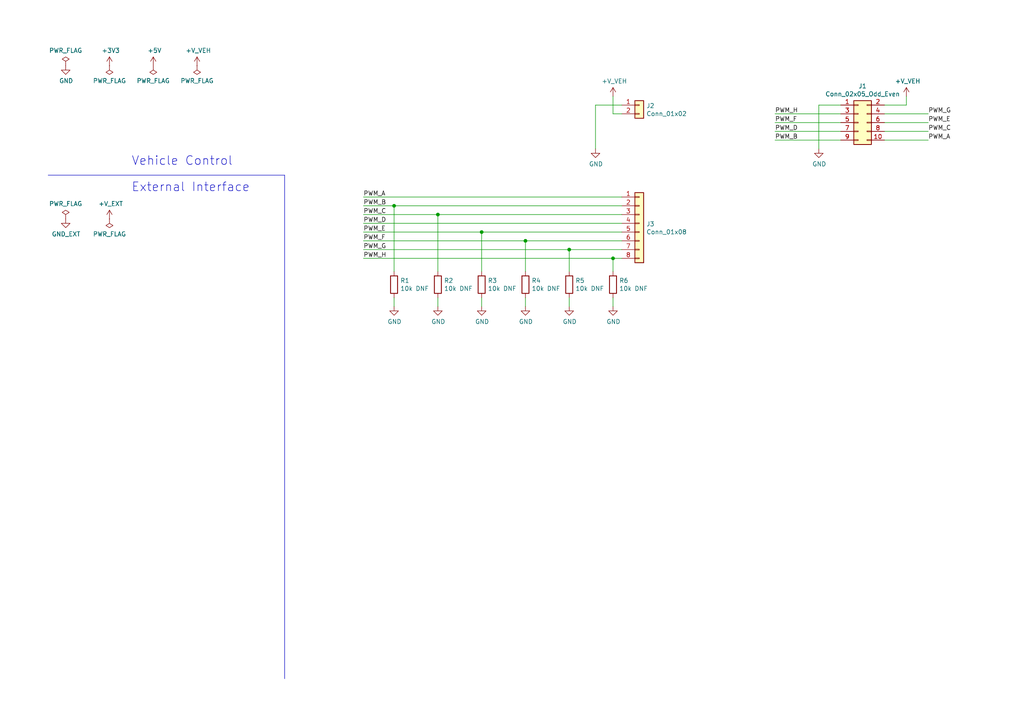
<source format=kicad_sch>
(kicad_sch (version 20230121) (generator eeschema)
  (paper "A4")
  (title_block (title "MR-8 Gender Changer") (date "2021-09-28") (rev "0") (company "@tokuhira"))
  (lib_symbols
    (symbol "Connector_Generic:Conn_01x02" (pin_names (offset 1.016) hide)
      (property "Reference" "J" (at 0 2.54 0))
      (property "Value" "Conn_01x02" (at 0 -5.08 0))
      (symbol "Conn_01x02_1_1"
        (rectangle (start -1.27 -2.413) (end 0 -2.667) (stroke (width 0.1524)))
        (rectangle (start -1.27 0.127) (end 0 -0.127) (stroke (width 0.1524)))
        (rectangle (start -1.27 1.27) (end 1.27 -3.81) (stroke (width 0.254)) (fill (type background)))
        (pin passive line (at -5.08 0 0) (length 3.81) (name "Pin_1") (number "1"))
        (pin passive line (at -5.08 -2.54 0) (length 3.81) (name "Pin_2") (number "2"))
      )
    )
    (symbol "Connector_Generic:Conn_01x08" (pin_names (offset 1.016) hide)
      (property "Reference" "J" (at 0 10.16 0))
      (property "Value" "Conn_01x08" (at 0 -12.7 0))
      (symbol "Conn_01x08_1_1"
        (rectangle (start -1.27 -10.033) (end 0 -10.287) (stroke (width 0.1524)))
        (rectangle (start -1.27 -7.493) (end 0 -7.747) (stroke (width 0.1524)))
        (rectangle (start -1.27 -4.953) (end 0 -5.207) (stroke (width 0.1524)))
        (rectangle (start -1.27 -2.413) (end 0 -2.667) (stroke (width 0.1524)))
        (rectangle (start -1.27 0.127) (end 0 -0.127) (stroke (width 0.1524)))
        (rectangle (start -1.27 2.667) (end 0 2.413) (stroke (width 0.1524)))
        (rectangle (start -1.27 5.207) (end 0 4.953) (stroke (width 0.1524)))
        (rectangle (start -1.27 7.747) (end 0 7.493) (stroke (width 0.1524)))
        (rectangle (start -1.27 8.89) (end 1.27 -11.43) (stroke (width 0.254)) (fill (type background)))
        (pin passive line (at -5.08 7.62 0) (length 3.81) (name "Pin_1") (number "1"))
        (pin passive line (at -5.08 5.08 0) (length 3.81) (name "Pin_2") (number "2"))
        (pin passive line (at -5.08 2.54 0) (length 3.81) (name "Pin_3") (number "3"))
        (pin passive line (at -5.08 0 0) (length 3.81) (name "Pin_4") (number "4"))
        (pin passive line (at -5.08 -2.54 0) (length 3.81) (name "Pin_5") (number "5"))
        (pin passive line (at -5.08 -5.08 0) (length 3.81) (name "Pin_6") (number "6"))
        (pin passive line (at -5.08 -7.62 0) (length 3.81) (name "Pin_7") (number "7"))
        (pin passive line (at -5.08 -10.16 0) (length 3.81) (name "Pin_8") (number "8"))
      )
    )
    (symbol "Connector_Generic:Conn_02x05_Odd_Even" (pin_names (offset 1.016) hide)
      (property "Reference" "J" (at 1.27 7.62 0))
      (property "Value" "Conn_02x05_Odd_Even" (at 1.27 -7.62 0))
      (symbol "Conn_02x05_Odd_Even_1_1"
        (rectangle (start -1.27 -4.953) (end 0 -5.207) (stroke (width 0.1524)))
        (rectangle (start -1.27 -2.413) (end 0 -2.667) (stroke (width 0.1524)))
        (rectangle (start -1.27 0.127) (end 0 -0.127) (stroke (width 0.1524)))
        (rectangle (start -1.27 2.667) (end 0 2.413) (stroke (width 0.1524)))
        (rectangle (start -1.27 5.207) (end 0 4.953) (stroke (width 0.1524)))
        (rectangle (start -1.27 6.35) (end 3.81 -6.35) (stroke (width 0.254)) (fill (type background)))
        (rectangle (start 3.81 -4.953) (end 2.54 -5.207) (stroke (width 0.1524)))
        (rectangle (start 3.81 -2.413) (end 2.54 -2.667) (stroke (width 0.1524)))
        (rectangle (start 3.81 0.127) (end 2.54 -0.127) (stroke (width 0.1524)))
        (rectangle (start 3.81 2.667) (end 2.54 2.413) (stroke (width 0.1524)))
        (rectangle (start 3.81 5.207) (end 2.54 4.953) (stroke (width 0.1524)))
        (pin passive line (at -5.08 5.08 0) (length 3.81) (name "Pin_1") (number "1"))
        (pin passive line (at 7.62 -5.08 180) (length 3.81) (name "Pin_10") (number "10"))
        (pin passive line (at 7.62 5.08 180) (length 3.81) (name "Pin_2") (number "2"))
        (pin passive line (at -5.08 2.54 0) (length 3.81) (name "Pin_3") (number "3"))
        (pin passive line (at 7.62 2.54 180) (length 3.81) (name "Pin_4") (number "4"))
        (pin passive line (at -5.08 0 0) (length 3.81) (name "Pin_5") (number "5"))
        (pin passive line (at 7.62 0 180) (length 3.81) (name "Pin_6") (number "6"))
        (pin passive line (at -5.08 -2.54 0) (length 3.81) (name "Pin_7") (number "7"))
        (pin passive line (at 7.62 -2.54 180) (length 3.81) (name "Pin_8") (number "8"))
        (pin passive line (at -5.08 -5.08 0) (length 3.81) (name "Pin_9") (number "9"))
      )
    )
    (symbol "Device:R" (pin_numbers hide) (pin_names (offset 0))
      (property "Reference" "R" (at 2.032 0 90))
      (property "Value" "R" (at 0 0 90))
      (symbol "R_0_1"
        (rectangle (start -1.016 -2.54) (end 1.016 2.54) (stroke (width 0.254)))
      )
      (symbol "R_1_1"
        (pin passive line (at 0 3.81 270) (length 1.27) (name "~") (number "1"))
        (pin passive line (at 0 -3.81 90) (length 1.27) (name "~") (number "2"))
      )
    )
    (symbol "mr8-gender-changer:GND_EXT" (power) (pin_names (offset 0))
      (property "Value" "GND_EXT" (at 0 -3.81 0))
      (symbol "GND_EXT_0_1"
        (polyline (pts (xy 0 0) (xy 0 -1.27) (xy 1.27 -1.27) (xy 0 -2.54) (xy -1.27 -1.27) (xy 0 -1.27)))
      )
      (symbol "GND_EXT_1_1"
        (pin power_in line (at 0 0 270) (length 0) hide (name "GND_EXT") (number "1"))
      )
    )
    (symbol "mr8-gender-changer:V_EXT" (power) (pin_names (offset 0))
      (property "Value" "V_EXT" (at 0 3.556 0))
      (symbol "V_EXT_0_1"
        (polyline (pts (xy -0.762 1.27) (xy 0 2.54)))
        (polyline (pts (xy 0 0) (xy 0 2.54)))
        (polyline (pts (xy 0 2.54) (xy 0.762 1.27)))
      )
      (symbol "V_EXT_1_1"
        (pin power_in line (at 0 0 90) (length 0) hide (name "+V_EXT") (number "1"))
      )
    )
    (symbol "mr8-gender-changer:V_VEH(+6V)" (power) (pin_names (offset 0))
      (property "Value" "V_VEH(+6V)" (at 0 3.556 0))
      (symbol "V_VEH(+6V)_0_1"
        (polyline (pts (xy -0.762 1.27) (xy 0 2.54)))
        (polyline (pts (xy 0 0) (xy 0 2.54)))
        (polyline (pts (xy 0 2.54) (xy 0.762 1.27)))
      )
      (symbol "V_VEH(+6V)_1_1"
        (pin power_in line (at 0 0 90) (length 0) hide (name "+V_VEH") (number "1"))
      )
    )
    (symbol "power:+3V3" (power) (pin_names (offset 0))
      (property "Value" "+3V3" (at 0 3.556 0))
      (symbol "+3V3_0_1"
        (polyline (pts (xy -0.762 1.27) (xy 0 2.54)))
        (polyline (pts (xy 0 0) (xy 0 2.54)))
        (polyline (pts (xy 0 2.54) (xy 0.762 1.27)))
      )
      (symbol "+3V3_1_1"
        (pin power_in line (at 0 0 90) (length 0) hide (name "+3V3") (number "1"))
      )
    )
    (symbol "power:+5V" (power) (pin_names (offset 0))
      (property "Value" "+5V" (at 0 3.556 0))
      (symbol "+5V_0_1"
        (polyline (pts (xy -0.762 1.27) (xy 0 2.54)))
        (polyline (pts (xy 0 0) (xy 0 2.54)))
        (polyline (pts (xy 0 2.54) (xy 0.762 1.27)))
      )
      (symbol "+5V_1_1"
        (pin power_in line (at 0 0 90) (length 0) hide (name "+5V") (number "1"))
      )
    )
    (symbol "power:GND" (power) (pin_names (offset 0))
      (property "Value" "GND" (at 0 -3.81 0))
      (symbol "GND_0_1"
        (polyline (pts (xy 0 0) (xy 0 -1.27) (xy 1.27 -1.27) (xy 0 -2.54) (xy -1.27 -1.27) (xy 0 -1.27)))
      )
      (symbol "GND_1_1"
        (pin power_in line (at 0 0 270) (length 0) hide (name "GND") (number "1"))
      )
    )
    (symbol "power:PWR_FLAG" (power) (pin_numbers hide) (pin_names (offset 0) hide)
      (property "Value" "PWR_FLAG" (at 0 3.81 0))
      (symbol "PWR_FLAG_0_0"
        (pin power_out line (at 0 0 90) (length 0) (name "pwr") (number "1"))
      )
      (symbol "PWR_FLAG_0_1"
        (polyline (pts (xy 0 0) (xy 0 1.27) (xy -1.016 1.905) (xy 0 2.54) (xy 1.016 1.905) (xy 0 1.27)))
      )
    )
  )
  (junction (at 114.3 59.69))
  (junction (at 127 62.23))
  (junction (at 165.1 72.39))
  (junction (at 152.4 69.85))
  (junction (at 139.7 67.31))
  (junction (at 177.8 74.93))
  (wire (pts (xy 114.3 86.36) (xy 114.3 88.9)))
  (wire (pts (xy 177.8 74.93) (xy 105.41 74.93)))
  (wire (pts (xy 243.84 40.64) (xy 224.79 40.64)))
  (wire (pts (xy 139.7 78.74) (xy 139.7 67.31)))
  (wire (pts (xy 243.84 30.48) (xy 237.49 30.48)))
  (wire (pts (xy 105.41 69.85) (xy 152.4 69.85)))
  (wire (pts (xy 114.3 59.69) (xy 105.41 59.69)))
  (wire (pts (xy 127 86.36) (xy 127 88.9)))
  (wire (pts (xy 180.34 33.02) (xy 177.8 33.02)))
  (wire (pts (xy 262.89 30.48) (xy 262.89 27.94)))
  (wire (pts (xy 180.34 74.93) (xy 177.8 74.93)))
  (wire (pts (xy 180.34 64.77) (xy 105.41 64.77)))
  (wire (pts (xy 180.34 67.31) (xy 139.7 67.31)))
  (wire (pts (xy 127 62.23) (xy 105.41 62.23)))
  (wire (pts (xy 180.34 57.15) (xy 105.41 57.15)))
  (polyline (pts (xy 13.97 50.8) (xy 82.55 50.8)))
  (wire (pts (xy 165.1 78.74) (xy 165.1 72.39)))
  (wire (pts (xy 180.34 30.48) (xy 172.72 30.48)))
  (wire (pts (xy 180.34 59.69) (xy 114.3 59.69)))
  (wire (pts (xy 256.54 35.56) (xy 269.24 35.56)))
  (wire (pts (xy 139.7 67.31) (xy 105.41 67.31)))
  (wire (pts (xy 152.4 69.85) (xy 180.34 69.85)))
  (wire (pts (xy 243.84 38.1) (xy 224.79 38.1)))
  (wire (pts (xy 127 78.74) (xy 127 62.23)))
  (wire (pts (xy 256.54 33.02) (xy 269.24 33.02)))
  (wire (pts (xy 172.72 30.48) (xy 172.72 43.18)))
  (wire (pts (xy 180.34 72.39) (xy 165.1 72.39)))
  (wire (pts (xy 177.8 78.74) (xy 177.8 74.93)))
  (wire (pts (xy 177.8 86.36) (xy 177.8 88.9)))
  (wire (pts (xy 152.4 86.36) (xy 152.4 88.9)))
  (wire (pts (xy 152.4 78.74) (xy 152.4 69.85)))
  (polyline (pts (xy 82.55 50.8) (xy 82.55 196.85)))
  (wire (pts (xy 114.3 78.74) (xy 114.3 59.69)))
  (wire (pts (xy 139.7 86.36) (xy 139.7 88.9)))
  (wire (pts (xy 165.1 86.36) (xy 165.1 88.9)))
  (wire (pts (xy 256.54 30.48) (xy 262.89 30.48)))
  (wire (pts (xy 224.79 35.56) (xy 243.84 35.56)))
  (wire (pts (xy 256.54 38.1) (xy 269.24 38.1)))
  (wire (pts (xy 177.8 33.02) (xy 177.8 27.94)))
  (wire (pts (xy 165.1 72.39) (xy 105.41 72.39)))
  (wire (pts (xy 180.34 62.23) (xy 127 62.23)))
  (wire (pts (xy 243.84 33.02) (xy 224.79 33.02)))
  (wire (pts (xy 237.49 30.48) (xy 237.49 43.18)))
  (wire (pts (xy 256.54 40.64) (xy 269.24 40.64)))
  (text "Vehicle Control" (at 38.1 48.26 0) (effects (font (size 2.54 2.54)) (justify left bottom)))
  (text "External Interface" (at 38.1 55.88 0) (effects (font (size 2.54 2.54)) (justify left bottom)))
  (label "PWM_F" (at 105.41 69.85 0))
  (label "PWM_G" (at 105.41 72.39 0))
  (label "PWM_E" (at 105.41 67.31 0))
  (label "PWM_G" (at 269.24 33.02 0))
  (label "PWM_C" (at 269.24 38.1 0))
  (label "PWM_D" (at 105.41 64.77 0))
  (label "PWM_F" (at 224.79 35.56 0))
  (label "PWM_C" (at 105.41 62.23 0))
  (label "PWM_A" (at 269.24 40.64 0))
  (label "PWM_D" (at 224.79 38.1 0))
  (label "PWM_B" (at 224.79 40.64 0))
  (label "PWM_E" (at 269.24 35.56 0))
  (label "PWM_A" (at 105.41 57.15 0))
  (label "PWM_H" (at 105.41 74.93 0))
  (label "PWM_H" (at 224.79 33.02 0))
  (label "PWM_B" (at 105.41 59.69 0))
  (symbol (lib_id "power:GND") (at 19.05 19.05 0) (unit 1)
    (property "Reference" "#PWR01" (effects hide))
    (property "Value" "GND" (at 19.177 23.4442 0))
  )
  (symbol (lib_id "mr8-gender-changer:GND_EXT") (at 19.05 63.5 0) (unit 1)
    (property "Reference" "#PWR02" (effects hide))
    (property "Value" "GND_EXT" (at 19.177 67.8942 0))
  )
  (symbol (lib_id "mr8-gender-changer:V_EXT") (at 31.75 63.5 0) (unit 1)
    (property "Reference" "#PWR04" (effects hide))
    (property "Value" "V_EXT" (at 32.131 59.1058 0))
  )
  (symbol (lib_id "power:PWR_FLAG") (at 19.05 19.05 0) (unit 1)
    (property "Reference" "#FLG01" (effects hide))
    (property "Value" "PWR_FLAG" (at 19.05 14.6558 0))
  )
  (symbol (lib_id "power:PWR_FLAG") (at 31.75 19.05 180) (unit 1)
    (property "Reference" "#FLG03" (effects hide))
    (property "Value" "PWR_FLAG" (at 31.75 23.4442 0))
  )
  (symbol (lib_id "power:PWR_FLAG") (at 44.45 19.05 180) (unit 1)
    (property "Reference" "#FLG05" (effects hide))
    (property "Value" "PWR_FLAG" (at 44.45 23.4442 0))
  )
  (symbol (lib_id "power:PWR_FLAG") (at 57.15 19.05 180) (unit 1)
    (property "Reference" "#FLG06" (effects hide))
    (property "Value" "PWR_FLAG" (at 57.15 23.4442 0))
  )
  (symbol (lib_id "power:PWR_FLAG") (at 31.75 63.5 180) (unit 1)
    (property "Reference" "#FLG04" (effects hide))
    (property "Value" "PWR_FLAG" (at 31.75 67.8942 0))
  )
  (symbol (lib_id "power:PWR_FLAG") (at 19.05 63.5 0) (unit 1)
    (property "Reference" "#FLG02" (effects hide))
    (property "Value" "PWR_FLAG" (at 19.05 59.1058 0))
  )
  (symbol (lib_id "mr8-gender-changer:V_VEH(+6V)") (at 57.15 19.05 0) (unit 1)
    (property "Reference" "#PWR0101" (effects hide))
    (property "Value" "V_VEH(+6V)" (at 57.531 14.6558 0))
  )
  (symbol (lib_id "power:+3V3") (at 31.75 19.05 0) (unit 1)
    (property "Reference" "#PWR0102" (effects hide))
    (property "Value" "+3V3" (at 32.131 14.6558 0))
  )
  (symbol (lib_id "power:+5V") (at 44.45 19.05 0) (unit 1)
    (property "Reference" "#PWR0103" (effects hide))
    (property "Value" "+5V" (at 44.831 14.6558 0))
  )
  (symbol (lib_id "Connector_Generic:Conn_01x02") (at 185.42 30.48 0) (unit 1)
    (property "Reference" "J2" (at 187.452 30.6832 0) (effects (justify left)))
    (property "Value" "Conn_01x02" (at 187.452 32.9946 0) (effects (justify left)))
    (property "Footprint" "Connector_PinSocket_2.54mm:PinSocket_1x02_P2.54mm_Vertical" (effects hide))
  )
  (symbol (lib_id "Connector_Generic:Conn_01x08") (at 185.42 64.77 0) (unit 1)
    (property "Reference" "J3" (at 187.452 64.9732 0) (effects (justify left)))
    (property "Value" "Conn_01x08" (at 187.452 67.2846 0) (effects (justify left)))
    (property "Footprint" "Connector_PinSocket_2.54mm:PinSocket_1x08_P2.54mm_Vertical" (effects hide))
  )
  (symbol (lib_id "power:GND") (at 172.72 43.18 0) (unit 1)
    (property "Reference" "#PWR03" (effects hide))
    (property "Value" "GND" (at 172.847 47.5742 0))
  )
  (symbol (lib_id "mr8-gender-changer:V_VEH(+6V)") (at 177.8 27.94 0) (unit 1)
    (property "Reference" "#PWR05" (effects hide))
    (property "Value" "V_VEH(+6V)" (at 178.181 23.5458 0))
  )
  (symbol (lib_id "Connector_Generic:Conn_02x05_Odd_Even") (at 248.92 35.56 0) (unit 1)
    (property "Reference" "J1" (at 250.19 24.9682 0))
    (property "Value" "Conn_02x05_Odd_Even" (at 250.19 27.2796 0))
    (property "Footprint" "Connector_PinSocket_2.54mm:PinSocket_1x10_P2.54mm_Vertical" (effects hide))
  )
  (symbol (lib_id "mr8-gender-changer:V_VEH(+6V)") (at 262.89 27.94 0) (unit 1)
    (property "Reference" "#PWR016" (effects hide))
    (property "Value" "V_VEH(+6V)" (at 263.271 23.5458 0))
  )
  (symbol (lib_id "power:GND") (at 237.49 43.18 0) (unit 1)
    (property "Reference" "#PWR017" (effects hide))
    (property "Value" "GND" (at 237.617 47.5742 0))
  )
  (symbol (lib_id "Device:R") (at 114.3 82.55 0) (unit 1)
    (property "Reference" "R1" (at 116.078 81.3816 0) (effects (justify left)))
    (property "Value" "10k DNF" (at 116.078 83.693 0) (effects (justify left)))
    (property "Footprint" "Resistor_SMD:R_0603_1608Metric_Pad0.98x0.95mm_HandSolder" (effects hide))
  )
  (symbol (lib_id "Device:R") (at 127 82.55 0) (unit 1)
    (property "Reference" "R2" (at 128.778 81.3816 0) (effects (justify left)))
    (property "Value" "10k DNF" (at 128.778 83.693 0) (effects (justify left)))
    (property "Footprint" "Resistor_SMD:R_0603_1608Metric_Pad0.98x0.95mm_HandSolder" (effects hide))
  )
  (symbol (lib_id "Device:R") (at 139.7 82.55 0) (unit 1)
    (property "Reference" "R3" (at 141.478 81.3816 0) (effects (justify left)))
    (property "Value" "10k DNF" (at 141.478 83.693 0) (effects (justify left)))
    (property "Footprint" "Resistor_SMD:R_0603_1608Metric_Pad0.98x0.95mm_HandSolder" (effects hide))
  )
  (symbol (lib_id "Device:R") (at 152.4 82.55 0) (unit 1)
    (property "Reference" "R4" (at 154.178 81.3816 0) (effects (justify left)))
    (property "Value" "10k DNF" (at 154.178 83.693 0) (effects (justify left)))
    (property "Footprint" "Resistor_SMD:R_0603_1608Metric_Pad0.98x0.95mm_HandSolder" (effects hide))
  )
  (symbol (lib_id "Device:R") (at 165.1 82.55 0) (unit 1)
    (property "Reference" "R5" (at 166.878 81.3816 0) (effects (justify left)))
    (property "Value" "10k DNF" (at 166.878 83.693 0) (effects (justify left)))
    (property "Footprint" "Resistor_SMD:R_0603_1608Metric_Pad0.98x0.95mm_HandSolder" (effects hide))
  )
  (symbol (lib_id "Device:R") (at 177.8 82.55 0) (unit 1)
    (property "Reference" "R6" (at 179.578 81.3816 0) (effects (justify left)))
    (property "Value" "10k DNF" (at 179.578 83.693 0) (effects (justify left)))
    (property "Footprint" "Resistor_SMD:R_0603_1608Metric_Pad0.98x0.95mm_HandSolder" (effects hide))
  )
  (symbol (lib_id "power:GND") (at 114.3 88.9 0) (unit 1)
    (property "Reference" "#PWR06" (effects hide))
    (property "Value" "GND" (at 114.427 93.2942 0))
  )
  (symbol (lib_id "power:GND") (at 127 88.9 0) (unit 1)
    (property "Reference" "#PWR07" (effects hide))
    (property "Value" "GND" (at 127.127 93.2942 0))
  )
  (symbol (lib_id "power:GND") (at 139.7 88.9 0) (unit 1)
    (property "Reference" "#PWR08" (effects hide))
    (property "Value" "GND" (at 139.827 93.2942 0))
  )
  (symbol (lib_id "power:GND") (at 152.4 88.9 0) (unit 1)
    (property "Reference" "#PWR09" (effects hide))
    (property "Value" "GND" (at 152.527 93.2942 0))
  )
  (symbol (lib_id "power:GND") (at 165.1 88.9 0) (unit 1)
    (property "Reference" "#PWR010" (effects hide))
    (property "Value" "GND" (at 165.227 93.2942 0))
  )
  (symbol (lib_id "power:GND") (at 177.8 88.9 0) (unit 1)
    (property "Reference" "#PWR011" (effects hide))
    (property "Value" "GND" (at 177.927 93.2942 0))
  )
)
</source>
